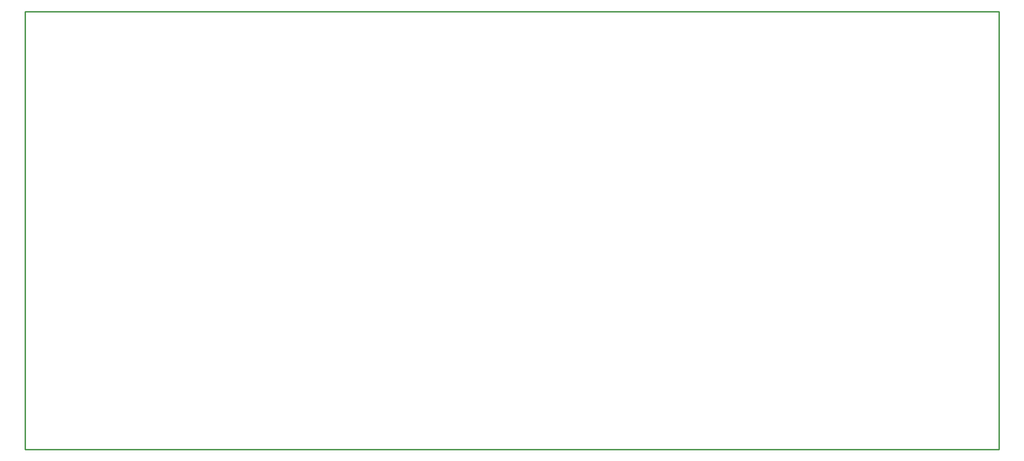
<source format=gko>
G04*
G04 #@! TF.GenerationSoftware,Altium Limited,Altium Designer,19.0.15 (446)*
G04*
G04 Layer_Color=16711935*
%FSLAX25Y25*%
%MOIN*%
G70*
G01*
G75*
%ADD14C,0.01000*%
D14*
Y314961D02*
X699803D01*
Y0D02*
Y314961D01*
X0Y0D02*
X699803D01*
X0D02*
Y314961D01*
M02*

</source>
